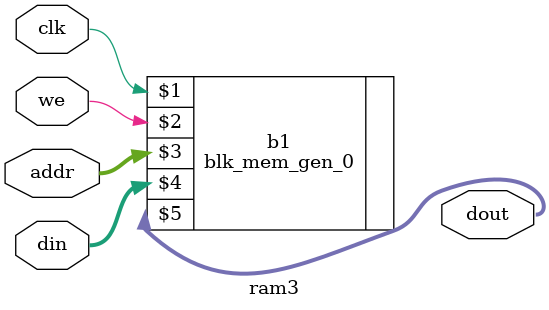
<source format=v>
`timescale 1ns / 1ps


module ram3(
    input clk,
    input we,
    input [5:0] addr,
    input [7:0] din,
    output [7:0] dout
    );
    
    blk_mem_gen_0 b1 (clk, we, addr, din, dout);
    
endmodule

</source>
